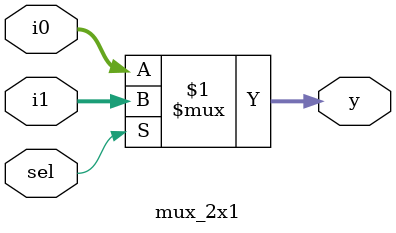
<source format=v>
`timescale 1ns / 1ps


module mux_2x1(
 input sel,
 input [15:0]i0,
 input [15:0]i1,
 output [15:0]y
    );

  assign y = sel ? i1 : i0;
  
endmodule
</source>
